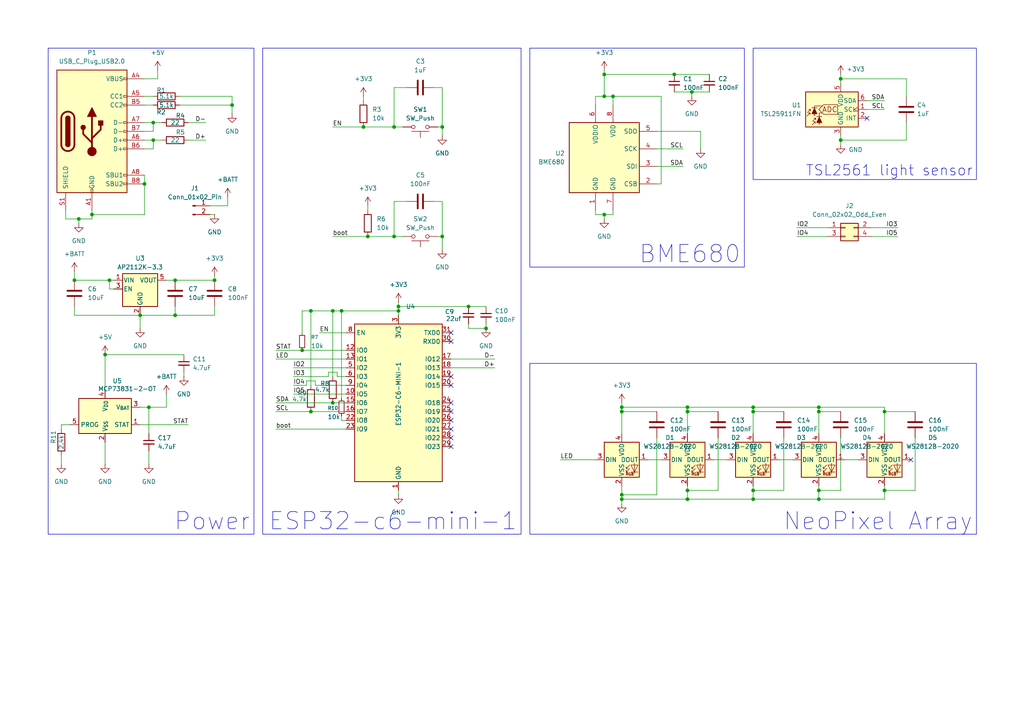
<source format=kicad_sch>
(kicad_sch (version 20250114) (generator "eeschema") (generator_version "9.0")
  (paper "A4")
  (lib_symbols
    (symbol "Battery_Management:MCP73831-2-OT"
      (property "Reference" "U" (at -7.62 6.35 0))
      (property "Value" "MCP73831-2-OT" (at 1.27 6.35 0))
      (symbol "MCP73831-2-OT_1_1"
        (pin input line (at -10.16 -2.54 0) (length 2.54) (name "PROG") (number "5"))
        (pin power_in line (at 0 7.62 270) (length 2.54) (name "V_{DD}") (number "4"))
        (pin power_in line (at 0 -7.62 90) (length 2.54) (name "V_{SS}") (number "2"))
        (pin power_out line (at 10.16 2.54 180) (length 2.54) (name "V_{BAT}") (number "3"))
        (pin tri_state line (at 10.16 -2.54 180) (length 2.54) (name "STAT") (number "1"))
      )
    )
    (symbol "Connector:Conn_01x02_Pin" (pin_names (offset 1.016) (hide yes))
      (property "Reference" "J" (at 0 2.54 0))
      (property "Value" "Conn_01x02_Pin" (at 0 -5.08 0))
      (symbol "Conn_01x02_Pin_1_1"
        (pin passive line (at 5.08 0 180) (length 3.81) (name "Pin_1") (number "1"))
        (pin passive line (at 5.08 -2.54 180) (length 3.81) (name "Pin_2") (number "2"))
      )
    )
    (symbol "Connector:USB_C_Receptacle_USB2.0_16P" (pin_names (offset 1.016))
      (property "Reference" "J" (at 0 22.225 0))
      (property "Value" "USB_C_Receptacle_USB2.0_16P" (at 0 19.685 0))
      (symbol "USB_C_Receptacle_USB2.0_16P_1_1"
        (pin passive line (at -7.62 -22.86 90) (length 5.08) (name "SHIELD") (number "S1"))
        (pin passive line (at 0 -22.86 90) (length 5.08) (name "GND") (number "A1"))
        (pin passive line (at 0 -22.86 90) (length 5.08) (hide yes) (name "GND") (number "A12"))
        (pin passive line (at 0 -22.86 90) (length 5.08) (hide yes) (name "GND") (number "B1"))
        (pin passive line (at 0 -22.86 90) (length 5.08) (hide yes) (name "GND") (number "B12"))
        (pin passive line (at 15.24 15.24 180) (length 5.08) (name "VBUS") (number "A4"))
        (pin passive line (at 15.24 15.24 180) (length 5.08) (hide yes) (name "VBUS") (number "A9"))
        (pin passive line (at 15.24 15.24 180) (length 5.08) (hide yes) (name "VBUS") (number "B4"))
        (pin passive line (at 15.24 15.24 180) (length 5.08) (hide yes) (name "VBUS") (number "B9"))
        (pin bidirectional line (at 15.24 10.16 180) (length 5.08) (name "CC1") (number "A5"))
        (pin bidirectional line (at 15.24 7.62 180) (length 5.08) (name "CC2") (number "B5"))
        (pin bidirectional line (at 15.24 2.54 180) (length 5.08) (name "D-") (number "A7"))
        (pin bidirectional line (at 15.24 0 180) (length 5.08) (name "D-") (number "B7"))
        (pin bidirectional line (at 15.24 -2.54 180) (length 5.08) (name "D+") (number "A6"))
        (pin bidirectional line (at 15.24 -5.08 180) (length 5.08) (name "D+") (number "B6"))
        (pin bidirectional line (at 15.24 -12.7 180) (length 5.08) (name "SBU1") (number "A8"))
        (pin bidirectional line (at 15.24 -15.24 180) (length 5.08) (name "SBU2") (number "B8"))
      )
    )
    (symbol "Connector_Generic:Conn_02x02_Odd_Even" (pin_names (offset 1.016) (hide yes))
      (property "Reference" "J" (at 1.27 2.54 0))
      (property "Value" "Conn_02x02_Odd_Even" (at 1.27 -5.08 0))
      (symbol "Conn_02x02_Odd_Even_1_1"
        (pin passive line (at -5.08 0 0) (length 3.81) (name "Pin_1") (number "1"))
        (pin passive line (at -5.08 -2.54 0) (length 3.81) (name "Pin_3") (number "3"))
        (pin passive line (at 7.62 0 180) (length 3.81) (name "Pin_2") (number "2"))
        (pin passive line (at 7.62 -2.54 180) (length 3.81) (name "Pin_4") (number "4"))
      )
    )
    (symbol "Device:C" (pin_numbers (hide yes)) (pin_names (offset 0.254))
      (property "Reference" "C" (at 0.635 2.54 0))
      (property "Value" "C" (at 0.635 -2.54 0))
      (symbol "C_1_1"
        (pin passive line (at 0 3.81 270) (length 2.794) (name "~") (number "1"))
        (pin passive line (at 0 -3.81 90) (length 2.794) (name "~") (number "2"))
      )
    )
    (symbol "Device:C_Small" (pin_numbers (hide yes)) (pin_names (offset 0.254) (hide yes))
      (property "Reference" "C" (at 0.254 1.778 0))
      (property "Value" "C_Small" (at 0.254 -2.032 0))
      (symbol "C_Small_1_1"
        (pin passive line (at 0 2.54 270) (length 2.032) (name "~") (number "1"))
        (pin passive line (at 0 -2.54 90) (length 2.032) (name "~") (number "2"))
      )
    )
    (symbol "Device:R" (pin_numbers (hide yes)) (pin_names (offset 0))
      (property "Reference" "R" (at 2.032 0 90))
      (property "Value" "R" (at 0 0 90))
      (symbol "R_1_1"
        (pin passive line (at 0 3.81 270) (length 1.27) (name "~") (number "1"))
        (pin passive line (at 0 -3.81 90) (length 1.27) (name "~") (number "2"))
      )
    )
    (symbol "Device:R_Small" (pin_numbers (hide yes)) (pin_names (offset 0.254) (hide yes))
      (property "Reference" "R" (at 0 0 90))
      (property "Value" "R_Small" (at 1.778 0 90))
      (symbol "R_Small_1_1"
        (pin passive line (at 0 2.54 270) (length 0.762) (name "~") (number "1"))
        (pin passive line (at 0 -2.54 90) (length 0.762) (name "~") (number "2"))
      )
    )
    (symbol "LED:WS2812B-2020" (pin_names (offset 0.254))
      (property "Reference" "D" (at 5.08 5.715 0))
      (property "Value" "WS2812B-2020" (at 1.27 -5.715 0))
      (symbol "WS2812B-2020_0_0"
        (text "RGB" (at 2.286 -4.191 0) (effects (font (size 0.762 0.762))))
      )
      (symbol "WS2812B-2020_1_1"
        (pin input line (at -7.62 0 0) (length 2.54) (name "DIN") (number "3"))
        (pin power_in line (at 0 7.62 270) (length 2.54) (name "VDD") (number "4"))
        (pin power_in line (at 0 -7.62 90) (length 2.54) (name "VSS") (number "2"))
        (pin output line (at 7.62 0 180) (length 2.54) (name "DOUT") (number "1"))
      )
    )
    (symbol "RF_Module:ESP32-C6-MINI-1"
      (property "Reference" "U" (at -11.43 24.13 0))
      (property "Value" "ESP32-C6-MINI-1" (at 12.7 24.13 0))
      (symbol "ESP32-C6-MINI-1_1_1"
        (pin input line (at -15.24 20.32 0) (length 2.54) (name "EN") (number "8"))
        (pin bidirectional line (at -15.24 15.24 0) (length 2.54) (name "IO0") (number "12"))
        (pin bidirectional line (at -15.24 12.7 0) (length 2.54) (name "IO1") (number "13"))
        (pin bidirectional line (at -15.24 10.16 0) (length 2.54) (name "IO2") (number "5"))
        (pin bidirectional line (at -15.24 7.62 0) (length 2.54) (name "IO3") (number "6"))
        (pin bidirectional line (at -15.24 5.08 0) (length 2.54) (name "IO4") (number "9"))
        (pin bidirectional line (at -15.24 2.54 0) (length 2.54) (name "IO5") (number "10"))
        (pin bidirectional line (at -15.24 0 0) (length 2.54) (name "IO6") (number "15"))
        (pin bidirectional line (at -15.24 -2.54 0) (length 2.54) (name "IO7") (number "16"))
        (pin bidirectional line (at -15.24 -5.08 0) (length 2.54) (name "IO8") (number "22"))
        (pin bidirectional line (at -15.24 -7.62 0) (length 2.54) (name "IO9") (number "23"))
        (pin no_connect line (at -12.7 -12.7 0) (length 2.54) (hide yes) (name "NC") (number "32"))
        (pin no_connect line (at -12.7 -15.24 0) (length 2.54) (hide yes) (name "NC") (number "33"))
        (pin no_connect line (at -12.7 -17.78 0) (length 2.54) (hide yes) (name "NC") (number "34"))
        (pin no_connect line (at -12.7 -20.32 0) (length 2.54) (hide yes) (name "NC") (number "35"))
        (pin power_in line (at 0 25.4 270) (length 2.54) (name "3V3") (number "3"))
        (pin power_in line (at 0 -25.4 90) (length 2.54) (name "GND") (number "1"))
        (pin passive line (at 0 -25.4 90) (length 2.54) (hide yes) (name "GND") (number "11"))
        (pin passive line (at 0 -25.4 90) (length 2.54) (hide yes) (name "GND") (number "14"))
        (pin passive line (at 0 -25.4 90) (length 2.54) (hide yes) (name "GND") (number "2"))
        (pin passive line (at 0 -25.4 90) (length 2.54) (hide yes) (name "GND") (number "36"))
        (pin passive line (at 0 -25.4 90) (length 2.54) (hide yes) (name "GND") (number "37"))
        (pin passive line (at 0 -25.4 90) (length 2.54) (hide yes) (name "GND") (number "38"))
        (pin passive line (at 0 -25.4 90) (length 2.54) (hide yes) (name "GND") (number "39"))
        (pin passive line (at 0 -25.4 90) (length 2.54) (hide yes) (name "GND") (number "40"))
        (pin passive line (at 0 -25.4 90) (length 2.54) (hide yes) (name "GND") (number "41"))
        (pin passive line (at 0 -25.4 90) (length 2.54) (hide yes) (name "GND") (number "42"))
        (pin passive line (at 0 -25.4 90) (length 2.54) (hide yes) (name "GND") (number "43"))
        (pin passive line (at 0 -25.4 90) (length 2.54) (hide yes) (name "GND") (number "44"))
        (pin passive line (at 0 -25.4 90) (length 2.54) (hide yes) (name "GND") (number "45"))
        (pin passive line (at 0 -25.4 90) (length 2.54) (hide yes) (name "GND") (number "46"))
        (pin passive line (at 0 -25.4 90) (length 2.54) (hide yes) (name "GND") (number "47"))
        (pin passive line (at 0 -25.4 90) (length 2.54) (hide yes) (name "GND") (number "48"))
        (pin passive line (at 0 -25.4 90) (length 2.54) (hide yes) (name "GND") (number "49"))
        (pin passive line (at 0 -25.4 90) (length 2.54) (hide yes) (name "GND") (number "50"))
        (pin passive line (at 0 -25.4 90) (length 2.54) (hide yes) (name "GND") (number "51"))
        (pin passive line (at 0 -25.4 90) (length 2.54) (hide yes) (name "GND") (number "52"))
        (pin passive line (at 0 -25.4 90) (length 2.54) (hide yes) (name "GND") (number "53"))
        (pin no_connect line (at 12.7 -15.24 180) (length 2.54) (hide yes) (name "NC") (number "4"))
        (pin no_connect line (at 12.7 -17.78 180) (length 2.54) (hide yes) (name "NC") (number "7"))
        (pin no_connect line (at 12.7 -20.32 180) (length 2.54) (hide yes) (name "NC") (number "21"))
        (pin bidirectional line (at 15.24 20.32 180) (length 2.54) (name "TXD0") (number "31"))
        (pin bidirectional line (at 15.24 17.78 180) (length 2.54) (name "RXD0") (number "30"))
        (pin bidirectional line (at 15.24 12.7 180) (length 2.54) (name "IO12") (number "17"))
        (pin bidirectional line (at 15.24 10.16 180) (length 2.54) (name "IO13") (number "18"))
        (pin bidirectional line (at 15.24 7.62 180) (length 2.54) (name "IO14") (number "19"))
        (pin bidirectional line (at 15.24 5.08 180) (length 2.54) (name "IO15") (number "20"))
        (pin bidirectional line (at 15.24 0 180) (length 2.54) (name "IO18") (number "24"))
        (pin bidirectional line (at 15.24 -2.54 180) (length 2.54) (name "IO19") (number "25"))
        (pin bidirectional line (at 15.24 -5.08 180) (length 2.54) (name "IO20") (number "26"))
        (pin bidirectional line (at 15.24 -7.62 180) (length 2.54) (name "IO21") (number "27"))
        (pin bidirectional line (at 15.24 -10.16 180) (length 2.54) (name "IO22") (number "28"))
        (pin bidirectional line (at 15.24 -12.7 180) (length 2.54) (name "IO23") (number "29"))
      )
    )
    (symbol "Regulator_Linear:AP2112K-3.3" (pin_names (offset 0.254))
      (property "Reference" "U" (at -5.08 5.715 0))
      (property "Value" "AP2112K-3.3" (at 0 5.715 0))
      (symbol "AP2112K-3.3_1_1"
        (pin power_in line (at -7.62 2.54 0) (length 2.54) (name "VIN") (number "1"))
        (pin input line (at -7.62 0 0) (length 2.54) (name "EN") (number "3"))
        (pin power_in line (at 0 -7.62 90) (length 2.54) (name "GND") (number "2"))
        (pin no_connect line (at 5.08 0 180) (length 2.54) (hide yes) (name "NC") (number "4"))
        (pin power_out line (at 7.62 2.54 180) (length 2.54) (name "VOUT") (number "5"))
      )
    )
    (symbol "Sensor:BME680"
      (property "Reference" "U" (at -8.89 11.43 0))
      (property "Value" "BME680" (at 7.62 11.43 0))
      (symbol "BME680_1_1"
        (pin power_in line (at -2.54 15.24 270) (length 5.08) (name "VDDIO") (number "6"))
        (pin power_in line (at -2.54 -15.24 90) (length 5.08) (name "GND") (number "1"))
        (pin power_in line (at 2.54 15.24 270) (length 5.08) (name "VDD") (number "8"))
        (pin power_in line (at 2.54 -15.24 90) (length 5.08) (name "GND") (number "7"))
        (pin bidirectional line (at 15.24 7.62 180) (length 5.08) (name "SDO") (number "5"))
        (pin input line (at 15.24 2.54 180) (length 5.08) (name "SCK") (number "4"))
        (pin bidirectional line (at 15.24 -2.54 180) (length 5.08) (name "SDI") (number "3"))
        (pin input line (at 15.24 -7.62 180) (length 5.08) (name "CSB") (number "2"))
      )
    )
    (symbol "Sensor_Optical:TSL25911FN"
      (property "Reference" "U" (at -7.62 6.35 0))
      (property "Value" "TSL25911FN" (at 0 -6.35 0))
      (symbol "TSL25911FN_0_0"
        (text "ADC" (at -0.635 0 0) (effects (font (size 1.524 1.524))))
      )
      (symbol "TSL25911FN_1_1"
        (pin no_connect line (at -7.62 2.54 0) (length 2.54) (hide yes) (name "NC") (number "4"))
        (pin power_in line (at 2.54 7.62 270) (length 2.54) (name "VDD") (number "5"))
        (pin power_in line (at 2.54 -7.62 90) (length 2.54) (name "GND") (number "3"))
        (pin bidirectional line (at 10.16 2.54 180) (length 2.54) (name "SDA") (number "6"))
        (pin input clock (at 10.16 0 180) (length 2.54) (name "SCL") (number "1"))
        (pin open_collector line (at 10.16 -2.54 180) (length 2.54) (name "INT") (number "2"))
      )
    )
    (symbol "Switch:SW_Push" (pin_numbers (hide yes)) (pin_names (offset 1.016) (hide yes))
      (property "Reference" "SW" (at 1.27 2.54 0))
      (property "Value" "SW_Push" (at 0 -1.524 0))
      (symbol "SW_Push_0_1"
        (pin passive line (at -5.08 0 0) (length 2.54) (name "1") (number "1"))
        (pin passive line (at 5.08 0 180) (length 2.54) (name "2") (number "2"))
      )
    )
    (symbol "power:+3V3" (power) (pin_numbers (hide yes)) (pin_names (offset 0) (hide yes))
      (property "Value" "+3V3" (at 0 3.556 0))
      (symbol "+3V3_1_1"
        (pin power_in line (at 0 0 90) (length 0) (name "~") (number "1"))
      )
    )
    (symbol "power:+5V" (power) (pin_numbers (hide yes)) (pin_names (offset 0) (hide yes))
      (property "Value" "+5V" (at 0 3.556 0))
      (symbol "+5V_1_1"
        (pin power_in line (at 0 0 90) (length 0) (name "~") (number "1"))
      )
    )
    (symbol "power:+BATT" (power) (pin_numbers (hide yes)) (pin_names (offset 0) (hide yes))
      (property "Value" "+BATT" (at 0 3.556 0))
      (symbol "+BATT_1_1"
        (pin power_in line (at 0 0 90) (length 0) (name "~") (number "1"))
      )
    )
    (symbol "power:GND" (power) (pin_numbers (hide yes)) (pin_names (offset 0) (hide yes))
      (property "Value" "GND" (at 0 -3.81 0))
      (symbol "GND_1_1"
        (pin power_in line (at 0 0 270) (length 0) (name "~") (number "1"))
      )
    )
  )
  (text_box "TSL2561 light sensor" (at 218.44 13.97 0) (size 64.77 38.1) (margins 0.9525 0.9525 0.9525 0.9525) (effects (font (size 3 3)) (justify right bottom)))
  (text_box "ESP32-c6-mini-1" (at 76.2 13.97 0) (size 74.93 140.97) (margins 0.9525 0.9525 0.9525 0.9525) (effects (font (size 5 5)) (justify right bottom)))
  (text_box "NeoPixel Array" (at 153.67 105.41 0) (size 129.54 49.53) (margins 0.9525 0.9525 0.9525 0.9525) (effects (font (size 5 5)) (justify right bottom)))
  (text_box "Power" (at 13.97 13.97 0) (size 59.69 140.97) (margins 0.9525 0.9525 0.9525 0.9525) (effects (font (size 5 5)) (justify right bottom)))
  (text_box "BME680" (at 153.67 13.97 0) (size 62.23 63.5) (margins 0.9525 0.9525 0.9525 0.9525) (effects (font (size 5 5)) (justify right bottom)))
  (junction (at 128.27 36.83))
  (junction (at 199.39 119.38))
  (junction (at 21.59 81.28))
  (junction (at 22.86 63.5))
  (junction (at 114.3 68.58))
  (junction (at 237.49 144.78))
  (junction (at 237.49 142.24))
  (junction (at 31.75 81.28))
  (junction (at 218.44 142.24))
  (junction (at 175.26 21.59))
  (junction (at 195.58 21.59))
  (junction (at 140.97 95.25))
  (junction (at 199.39 144.78))
  (junction (at 177.8 27.94))
  (junction (at 180.34 144.78))
  (junction (at 180.34 143.51))
  (junction (at 114.3 36.83))
  (junction (at 256.54 119.38))
  (junction (at 90.17 119.38))
  (junction (at 96.52 116.84))
  (junction (at 87.63 101.6))
  (junction (at 67.31 30.48))
  (junction (at 243.84 22.86))
  (junction (at 90.17 90.17))
  (junction (at 50.8 81.28))
  (junction (at 50.8 91.44))
  (junction (at 115.57 90.17))
  (junction (at 26.67 62.23))
  (junction (at 99.06 90.17))
  (junction (at 135.89 88.9))
  (junction (at 44.45 40.64))
  (junction (at 199.39 118.11))
  (junction (at 218.44 118.11))
  (junction (at 62.23 81.28))
  (junction (at 44.45 35.56))
  (junction (at 218.44 119.38))
  (junction (at 199.39 142.24))
  (junction (at 256.54 142.24))
  (junction (at 180.34 119.38))
  (junction (at 200.66 26.67))
  (junction (at 106.68 68.58))
  (junction (at 128.27 68.58))
  (junction (at 40.64 91.44))
  (junction (at 41.91 53.34))
  (junction (at 115.57 88.9))
  (junction (at 30.48 102.87))
  (junction (at 175.26 27.94))
  (junction (at 105.41 36.83))
  (junction (at 180.34 118.11))
  (junction (at 237.49 119.38))
  (junction (at 218.44 144.78))
  (junction (at 96.52 90.17))
  (junction (at 243.84 40.64))
  (junction (at 237.49 118.11))
  (junction (at 43.18 118.11))
  (junction (at 175.26 62.23))
  (no_connect (at 130.81 99.06))
  (no_connect (at 130.81 109.22))
  (no_connect (at 130.81 127))
  (no_connect (at 130.81 129.54))
  (no_connect (at 130.81 121.92))
  (no_connect (at 264.16 133.35))
  (no_connect (at 130.81 116.84))
  (no_connect (at 130.81 111.76))
  (no_connect (at 130.81 96.52))
  (no_connect (at 130.81 124.46))
  (no_connect (at 251.46 34.29))
  (no_connect (at 130.81 119.38))
  (wire (pts (xy 180.34 143.51) (xy 180.34 144.78)))
  (wire (pts (xy 243.84 142.24) (xy 237.49 142.24)))
  (wire (pts (xy 40.64 91.44) (xy 50.8 91.44)))
  (wire (pts (xy 99.06 90.17) (xy 115.57 90.17)))
  (wire (pts (xy 191.77 27.94) (xy 177.8 27.94)))
  (wire (pts (xy 48.26 114.3) (xy 48.26 118.11)))
  (wire (pts (xy 203.2 38.1) (xy 203.2 43.18)))
  (wire (pts (xy 199.39 118.11) (xy 218.44 118.11)))
  (wire (pts (xy 87.63 101.6) (xy 100.33 101.6)))
  (wire (pts (xy 227.33 127) (xy 227.33 142.24)))
  (wire (pts (xy 21.59 91.44) (xy 40.64 91.44)))
  (wire (pts (xy 128.27 58.42) (xy 128.27 68.58)))
  (wire (pts (xy 237.49 144.78) (xy 218.44 144.78)))
  (wire (pts (xy 190.5 38.1) (xy 203.2 38.1)))
  (wire (pts (xy 17.78 123.19) (xy 17.78 124.46)))
  (wire (pts (xy 243.84 40.64) (xy 243.84 39.37)))
  (wire (pts (xy 143.51 106.68) (xy 130.81 106.68)))
  (wire (pts (xy 44.45 38.1) (xy 44.45 35.56)))
  (wire (pts (xy 85.09 106.68) (xy 100.33 106.68)))
  (wire (pts (xy 190.5 53.34) (xy 191.77 53.34)))
  (wire (pts (xy 231.14 68.58) (xy 240.03 68.58)))
  (wire (pts (xy 21.59 81.28) (xy 31.75 81.28)))
  (wire (pts (xy 243.84 22.86) (xy 262.89 22.86)))
  (wire (pts (xy 41.91 30.48) (xy 44.45 30.48)))
  (wire (pts (xy 199.39 125.73) (xy 199.39 119.38)))
  (wire (pts (xy 96.52 90.17) (xy 99.06 90.17)))
  (wire (pts (xy 21.59 78.74) (xy 21.59 81.28)))
  (wire (pts (xy 115.57 143.51) (xy 115.57 142.24)))
  (wire (pts (xy 30.48 102.87) (xy 53.34 102.87)))
  (wire (pts (xy 265.43 127) (xy 265.43 142.24)))
  (wire (pts (xy 41.91 40.64) (xy 44.45 40.64)))
  (wire (pts (xy 237.49 119.38) (xy 243.84 119.38)))
  (wire (pts (xy 92.71 96.52) (xy 100.33 96.52)))
  (wire (pts (xy 62.23 80.01) (xy 62.23 81.28)))
  (wire (pts (xy 175.26 62.23) (xy 177.8 62.23)))
  (wire (pts (xy 237.49 118.11) (xy 256.54 118.11)))
  (wire (pts (xy 175.26 21.59) (xy 195.58 21.59)))
  (wire (pts (xy 26.67 60.96) (xy 26.67 62.23)))
  (wire (pts (xy 43.18 118.11) (xy 40.64 118.11)))
  (wire (pts (xy 243.84 22.86) (xy 243.84 24.13)))
  (wire (pts (xy 106.68 59.69) (xy 106.68 60.96)))
  (wire (pts (xy 190.5 127) (xy 190.5 143.51)))
  (wire (pts (xy 50.8 88.9) (xy 50.8 91.44)))
  (wire (pts (xy 99.06 90.17) (xy 99.06 115.57)))
  (wire (pts (xy 118.11 25.4) (xy 114.3 25.4)))
  (wire (pts (xy 199.39 119.38) (xy 199.39 118.11)))
  (wire (pts (xy 127 68.58) (xy 128.27 68.58)))
  (wire (pts (xy 118.11 58.42) (xy 114.3 58.42)))
  (wire (pts (xy 17.78 134.62) (xy 17.78 132.08)))
  (wire (pts (xy 20.32 123.19) (xy 17.78 123.19)))
  (wire (pts (xy 231.14 66.04) (xy 240.03 66.04)))
  (wire (pts (xy 33.02 83.82) (xy 31.75 83.82)))
  (wire (pts (xy 41.91 38.1) (xy 44.45 38.1)))
  (wire (pts (xy 91.44 111.76) (xy 91.44 110.49)))
  (wire (pts (xy 237.49 142.24) (xy 237.49 144.78)))
  (wire (pts (xy 19.05 60.96) (xy 19.05 63.5)))
  (wire (pts (xy 99.06 121.92) (xy 100.33 121.92)))
  (wire (pts (xy 85.09 111.76) (xy 88.9 111.76)))
  (wire (pts (xy 41.91 53.34) (xy 41.91 62.23)))
  (wire (pts (xy 199.39 119.38) (xy 208.28 119.38)))
  (wire (pts (xy 175.26 27.94) (xy 177.8 27.94)))
  (wire (pts (xy 53.34 109.22) (xy 53.34 107.95)))
  (wire (pts (xy 114.3 68.58) (xy 116.84 68.58)))
  (wire (pts (xy 190.5 143.51) (xy 180.34 143.51)))
  (wire (pts (xy 180.34 119.38) (xy 190.5 119.38)))
  (wire (pts (xy 200.66 27.94) (xy 200.66 26.67)))
  (wire (pts (xy 100.33 111.76) (xy 91.44 111.76)))
  (wire (pts (xy 172.72 60.96) (xy 172.72 62.23)))
  (wire (pts (xy 128.27 25.4) (xy 128.27 36.83)))
  (wire (pts (xy 41.91 27.94) (xy 44.45 27.94)))
  (wire (pts (xy 175.26 20.32) (xy 175.26 21.59)))
  (wire (pts (xy 60.96 59.69) (xy 66.04 59.69)))
  (wire (pts (xy 243.84 41.91) (xy 243.84 40.64)))
  (wire (pts (xy 44.45 35.56) (xy 46.99 35.56)))
  (wire (pts (xy 80.01 116.84) (xy 96.52 116.84)))
  (wire (pts (xy 140.97 95.25) (xy 140.97 93.98)))
  (wire (pts (xy 114.3 36.83) (xy 116.84 36.83)))
  (wire (pts (xy 260.35 66.04) (xy 252.73 66.04)))
  (wire (pts (xy 41.91 62.23) (xy 26.67 62.23)))
  (wire (pts (xy 40.64 91.44) (xy 40.64 95.25)))
  (wire (pts (xy 199.39 144.78) (xy 218.44 144.78)))
  (wire (pts (xy 80.01 119.38) (xy 90.17 119.38)))
  (wire (pts (xy 180.34 140.97) (xy 180.34 143.51)))
  (wire (pts (xy 95.25 107.95) (xy 95.25 109.22)))
  (wire (pts (xy 190.5 43.18) (xy 198.12 43.18)))
  (wire (pts (xy 251.46 31.75) (xy 256.54 31.75)))
  (wire (pts (xy 135.89 88.9) (xy 140.97 88.9)))
  (wire (pts (xy 87.63 90.17) (xy 90.17 90.17)))
  (wire (pts (xy 105.41 36.83) (xy 114.3 36.83)))
  (wire (pts (xy 172.72 30.48) (xy 172.72 27.94)))
  (wire (pts (xy 172.72 27.94) (xy 175.26 27.94)))
  (wire (pts (xy 180.34 144.78) (xy 180.34 146.05)))
  (wire (pts (xy 52.07 30.48) (xy 67.31 30.48)))
  (wire (pts (xy 115.57 87.63) (xy 115.57 88.9)))
  (wire (pts (xy 96.52 36.83) (xy 105.41 36.83)))
  (wire (pts (xy 227.33 142.24) (xy 218.44 142.24)))
  (wire (pts (xy 199.39 144.78) (xy 199.39 142.24)))
  (wire (pts (xy 256.54 119.38) (xy 256.54 125.73)))
  (wire (pts (xy 91.44 110.49) (xy 88.9 110.49)))
  (wire (pts (xy 66.04 59.69) (xy 66.04 57.15)))
  (wire (pts (xy 128.27 36.83) (xy 128.27 39.37)))
  (wire (pts (xy 262.89 27.94) (xy 262.89 22.86)))
  (wire (pts (xy 260.35 68.58) (xy 252.73 68.58)))
  (wire (pts (xy 187.96 133.35) (xy 191.77 133.35)))
  (wire (pts (xy 30.48 102.87) (xy 30.48 113.03)))
  (wire (pts (xy 218.44 144.78) (xy 218.44 142.24)))
  (wire (pts (xy 96.52 116.84) (xy 100.33 116.84)))
  (wire (pts (xy 99.06 120.65) (xy 99.06 121.92)))
  (wire (pts (xy 45.72 22.86) (xy 45.72 20.32)))
  (wire (pts (xy 115.57 88.9) (xy 135.89 88.9)))
  (wire (pts (xy 256.54 118.11) (xy 256.54 119.38)))
  (wire (pts (xy 26.67 62.23) (xy 26.67 63.5)))
  (wire (pts (xy 90.17 90.17) (xy 96.52 90.17)))
  (wire (pts (xy 256.54 142.24) (xy 256.54 144.78)))
  (wire (pts (xy 40.64 123.19) (xy 54.61 123.19)))
  (wire (pts (xy 88.9 110.49) (xy 88.9 111.76)))
  (wire (pts (xy 199.39 118.11) (xy 180.34 118.11)))
  (wire (pts (xy 115.57 90.17) (xy 115.57 91.44)))
  (wire (pts (xy 52.07 27.94) (xy 67.31 27.94)))
  (wire (pts (xy 127 36.83) (xy 128.27 36.83)))
  (wire (pts (xy 95.25 107.95) (xy 97.79 107.95)))
  (wire (pts (xy 191.77 53.34) (xy 191.77 27.94)))
  (wire (pts (xy 48.26 81.28) (xy 50.8 81.28)))
  (wire (pts (xy 218.44 142.24) (xy 218.44 140.97)))
  (wire (pts (xy 177.8 60.96) (xy 177.8 62.23)))
  (wire (pts (xy 60.96 62.23) (xy 62.23 62.23)))
  (wire (pts (xy 243.84 21.59) (xy 243.84 22.86)))
  (wire (pts (xy 180.34 144.78) (xy 199.39 144.78)))
  (wire (pts (xy 41.91 50.8) (xy 41.91 53.34)))
  (wire (pts (xy 43.18 134.62) (xy 43.18 130.81)))
  (wire (pts (xy 33.02 81.28) (xy 31.75 81.28)))
  (wire (pts (xy 180.34 118.11) (xy 180.34 119.38)))
  (wire (pts (xy 262.89 35.56) (xy 262.89 40.64)))
  (wire (pts (xy 44.45 40.64) (xy 46.99 40.64)))
  (wire (pts (xy 54.61 40.64) (xy 59.69 40.64)))
  (wire (pts (xy 177.8 27.94) (xy 177.8 30.48)))
  (wire (pts (xy 114.3 58.42) (xy 114.3 68.58)))
  (wire (pts (xy 256.54 119.38) (xy 265.43 119.38)))
  (wire (pts (xy 26.67 63.5) (xy 22.86 63.5)))
  (wire (pts (xy 44.45 43.18) (xy 44.45 40.64)))
  (wire (pts (xy 97.79 107.95) (xy 97.79 109.22)))
  (wire (pts (xy 105.41 27.94) (xy 105.41 29.21)))
  (wire (pts (xy 172.72 62.23) (xy 175.26 62.23)))
  (wire (pts (xy 256.54 144.78) (xy 237.49 144.78)))
  (wire (pts (xy 80.01 124.46) (xy 100.33 124.46)))
  (wire (pts (xy 256.54 140.97) (xy 256.54 142.24)))
  (wire (pts (xy 208.28 142.24) (xy 199.39 142.24)))
  (wire (pts (xy 251.46 29.21) (xy 256.54 29.21)))
  (wire (pts (xy 262.89 40.64) (xy 243.84 40.64)))
  (wire (pts (xy 30.48 134.62) (xy 30.48 128.27)))
  (wire (pts (xy 175.26 63.5) (xy 175.26 62.23)))
  (wire (pts (xy 200.66 26.67) (xy 205.74 26.67)))
  (wire (pts (xy 80.01 101.6) (xy 87.63 101.6)))
  (wire (pts (xy 48.26 118.11) (xy 43.18 118.11)))
  (wire (pts (xy 162.56 133.35) (xy 172.72 133.35)))
  (wire (pts (xy 135.89 95.25) (xy 140.97 95.25)))
  (wire (pts (xy 80.01 104.14) (xy 100.33 104.14)))
  (wire (pts (xy 237.49 140.97) (xy 237.49 142.24)))
  (wire (pts (xy 19.05 63.5) (xy 22.86 63.5)))
  (wire (pts (xy 190.5 48.26) (xy 198.12 48.26)))
  (wire (pts (xy 243.84 127) (xy 243.84 142.24)))
  (wire (pts (xy 54.61 35.56) (xy 59.69 35.56)))
  (wire (pts (xy 245.11 133.35) (xy 248.92 133.35)))
  (wire (pts (xy 67.31 27.94) (xy 67.31 30.48)))
  (wire (pts (xy 87.63 96.52) (xy 87.63 90.17)))
  (wire (pts (xy 207.01 133.35) (xy 210.82 133.35)))
  (wire (pts (xy 96.52 90.17) (xy 96.52 109.22)))
  (wire (pts (xy 265.43 142.24) (xy 256.54 142.24)))
  (wire (pts (xy 199.39 142.24) (xy 199.39 140.97)))
  (wire (pts (xy 218.44 118.11) (xy 237.49 118.11)))
  (wire (pts (xy 95.25 109.22) (xy 85.09 109.22)))
  (wire (pts (xy 208.28 127) (xy 208.28 142.24)))
  (wire (pts (xy 115.57 88.9) (xy 115.57 90.17)))
  (wire (pts (xy 62.23 91.44) (xy 62.23 88.9)))
  (wire (pts (xy 218.44 118.11) (xy 218.44 119.38)))
  (wire (pts (xy 67.31 30.48) (xy 67.31 33.02)))
  (wire (pts (xy 125.73 58.42) (xy 128.27 58.42)))
  (wire (pts (xy 125.73 25.4) (xy 128.27 25.4)))
  (wire (pts (xy 90.17 119.38) (xy 100.33 119.38)))
  (wire (pts (xy 41.91 22.86) (xy 45.72 22.86)))
  (wire (pts (xy 21.59 88.9) (xy 21.59 91.44)))
  (wire (pts (xy 143.51 104.14) (xy 130.81 104.14)))
  (wire (pts (xy 90.17 90.17) (xy 90.17 111.76)))
  (wire (pts (xy 41.91 43.18) (xy 44.45 43.18)))
  (wire (pts (xy 218.44 119.38) (xy 218.44 125.73)))
  (wire (pts (xy 180.34 119.38) (xy 180.34 125.73)))
  (wire (pts (xy 31.75 83.82) (xy 31.75 81.28)))
  (wire (pts (xy 41.91 35.56) (xy 44.45 35.56)))
  (wire (pts (xy 85.09 114.3) (xy 100.33 114.3)))
  (wire (pts (xy 114.3 25.4) (xy 114.3 36.83)))
  (wire (pts (xy 50.8 91.44) (xy 62.23 91.44)))
  (wire (pts (xy 226.06 133.35) (xy 229.87 133.35)))
  (wire (pts (xy 195.58 21.59) (xy 205.74 21.59)))
  (wire (pts (xy 180.34 116.84) (xy 180.34 118.11)))
  (wire (pts (xy 97.79 109.22) (xy 100.33 109.22)))
  (wire (pts (xy 195.58 26.67) (xy 200.66 26.67)))
  (wire (pts (xy 50.8 81.28) (xy 62.23 81.28)))
  (wire (pts (xy 22.86 64.77) (xy 22.86 63.5)))
  (wire (pts (xy 96.52 68.58) (xy 106.68 68.58)))
  (wire (pts (xy 237.49 119.38) (xy 237.49 125.73)))
  (wire (pts (xy 106.68 68.58) (xy 114.3 68.58)))
  (wire (pts (xy 237.49 118.11) (xy 237.49 119.38)))
  (wire (pts (xy 135.89 93.98) (xy 135.89 95.25)))
  (wire (pts (xy 43.18 125.73) (xy 43.18 118.11)))
  (wire (pts (xy 128.27 68.58) (xy 128.27 72.39)))
  (wire (pts (xy 175.26 21.59) (xy 175.26 27.94)))
  (wire (pts (xy 218.44 119.38) (xy 227.33 119.38)))
  (label "SDA" (at 80.01 116.84 0))
  (label "SDA" (at 256.54 29.21 180))
  (label "IO3" (at 260.35 66.04 180))
  (label "IO2" (at 231.14 66.04 0))
  (label "STAT" (at 54.61 123.19 180))
  (label "boot" (at 80.01 124.46 0))
  (label "LED" (at 80.01 104.14 0))
  (label "IO5" (at 260.35 68.58 180))
  (label "D-" (at 59.69 35.56 180))
  (label "IO4" (at 85.09 111.76 0))
  (label "IO2" (at 85.09 106.68 0))
  (label "SCL" (at 80.01 119.38 0))
  (label "SCL" (at 256.54 31.75 180))
  (label "D+" (at 143.51 106.68 180))
  (label "IO4" (at 231.14 68.58 0))
  (label "EN" (at 92.71 96.52 0))
  (label "D-" (at 143.51 104.14 180))
  (label "boot" (at 96.52 68.58 0))
  (label "SDA" (at 198.12 48.26 180))
  (label "IO3" (at 85.09 109.22 0))
  (label "LED" (at 162.56 133.35 0))
  (label "SCL" (at 198.12 43.18 180))
  (label "EN" (at 96.52 36.83 0))
  (label "IO5" (at 85.09 114.3 0))
  (label "STAT" (at 80.01 101.6 0))
  (label "D+" (at 59.69 40.64 180))
  (symbol (lib_id "power:+3V3") (at 115.57 87.63 0) (unit 1)
    (property "Reference" "#PWR018" (effects (hide yes)))
    (property "Value" "+3V3" (at 115.57 82.55 0))
    (property "Description" "Power symbol creates a global label with name \"+3V3\"" (effects (hide yes)))
  )
  (symbol (lib_id "Device:C") (at 62.23 85.09 0) (unit 1)
    (property "Reference" "C8" (at 66.04 83.8199 0) (effects (justify left)))
    (property "Value" "100nF" (at 66.04 86.3599 0) (effects (justify left)))
    (property "Footprint" "Capacitor_SMD:C_0402_1005Metric" (effects (hide yes)))
    (property "Description" "Unpolarized capacitor" (effects (hide yes)))
  )
  (symbol (lib_id "power:GND") (at 53.34 109.22 0) (unit 1)
    (property "Reference" "#PWR022" (effects (hide yes)))
    (property "Value" "GND" (at 53.34 114.3 0))
    (property "Description" "Power symbol creates a global label with name \"GND\" , ground" (effects (hide yes)))
  )
  (symbol (lib_id "power:GND") (at 115.57 143.51 0) (unit 1)
    (property "Reference" "#PWR028" (effects (hide yes)))
    (property "Value" "GND" (at 115.57 148.59 0))
    (property "Description" "Power symbol creates a global label with name \"GND\" , ground" (effects (hide yes)))
  )
  (symbol (lib_id "Connector_Generic:Conn_02x02_Odd_Even") (at 245.11 66.04 0) (unit 1)
    (property "Reference" "J2" (at 246.38 59.69 0))
    (property "Value" "Conn_02x02_Odd_Even" (at 246.38 62.23 0))
    (property "Footprint" "Connector_PinHeader_1.00mm:PinHeader_2x02_P1.00mm_Vertical" (effects (hide yes)))
    (property "Description" "Generic connector, double row, 02x02, odd/even pin numbering scheme (row 1 odd numbers, row 2 even numbers), script generated (kicad-library-utils/schlib/autogen/connector/)" (effects (hide yes)))
  )
  (symbol (lib_id "Device:C") (at 262.89 31.75 0) (unit 1)
    (property "Reference" "C4" (at 265.938 30.48 0) (effects (justify left)))
    (property "Value" "1uF" (at 265.938 33.02 0) (effects (justify left)))
    (property "Footprint" "Capacitor_SMD:C_0402_1005Metric" (effects (hide yes)))
    (property "Description" "Unpolarized capacitor" (effects (hide yes)))
  )
  (symbol (lib_id "Sensor_Optical:TSL25911FN") (at 241.3 31.75 0) (unit 1)
    (property "Reference" "U1" (at 232.41 30.4799 0) (effects (justify right)))
    (property "Value" "TSL25911FN" (at 232.41 33.0199 0) (effects (justify right)))
    (property "Footprint" "OptoDevice:AMS_TSL25911FN" (effects (hide yes)))
    (property "Datasheet" "https://ams.com/documents/20143/9331680/TSL2591_DS000338_7-00.pdf" (effects (hide yes)))
    (property "Description" "Light to digital converter, 2.7 to 3.6V Vdd, DFN-6" (effects (hide yes)))
  )
  (symbol (lib_id "LED:WS2812B-2020") (at 218.44 133.35 0) (unit 1)
    (property "Reference" "D3" (at 232.41 126.9298 0))
    (property "Value" "WS2812B-2020" (at 232.41 129.4698 0))
    (property "Footprint" "LED_SMD:LED_WS2812B-2020_PLCC4_2.0x2.0mm" (effects (hide yes)))
    (property "Datasheet" "https://cdn-shop.adafruit.com/product-files/4684/4684_WS2812B-2020_V1.3_EN.pdf" (effects (hide yes)))
    (property "Description" "RGB LED with integrated controller, 2.0 x 2.0 mm, 12 mA" (effects (hide yes)))
  )
  (symbol (lib_id "Device:R") (at 50.8 40.64 90) (unit 1)
    (property "Reference" "R5" (at 52.324 38.354 90))
    (property "Value" "22" (at 50.8 40.64 90))
    (property "Footprint" "Resistor_SMD:R_0402_1005Metric" (effects (hide yes)))
    (property "Description" "Resistor" (effects (hide yes)))
  )
  (symbol (lib_id "power:GND") (at 128.27 72.39 0) (unit 1)
    (property "Reference" "#PWR015" (effects (hide yes)))
    (property "Value" "GND" (at 128.27 77.47 0))
    (property "Description" "Power symbol creates a global label with name \"GND\" , ground" (effects (hide yes)))
  )
  (symbol (lib_id "power:+3V3") (at 175.26 20.32 0) (unit 1)
    (property "Reference" "#PWR02" (effects (hide yes)))
    (property "Value" "+3V3" (at 175.26 15.24 0))
    (property "Description" "Power symbol creates a global label with name \"+3V3\"" (effects (hide yes)))
  )
  (symbol (lib_id "power:GND") (at 140.97 95.25 0) (unit 1)
    (property "Reference" "#PWR020" (effects (hide yes)))
    (property "Value" "GND" (at 140.97 100.33 0))
    (property "Description" "Power symbol creates a global label with name \"GND\" , ground" (effects (hide yes)))
  )
  (symbol (lib_id "Device:C") (at 121.92 58.42 90) (unit 1)
    (property "Reference" "C5" (at 121.92 50.8 90))
    (property "Value" "100nF" (at 121.92 53.34 90))
    (property "Footprint" "Capacitor_SMD:C_0402_1005Metric" (effects (hide yes)))
    (property "Description" "Unpolarized capacitor" (effects (hide yes)))
  )
  (symbol (lib_id "power:+5V") (at 45.72 20.32 0) (unit 1)
    (property "Reference" "#PWR01" (effects (hide yes)))
    (property "Value" "+5V" (at 45.72 15.24 0))
    (property "Description" "Power symbol creates a global label with name \"+5V\"" (effects (hide yes)))
  )
  (symbol (lib_id "Device:C_Small") (at 43.18 128.27 0) (unit 1)
    (property "Reference" "C17" (at 45.72 127.0062 0) (effects (justify left)))
    (property "Value" "4.7uF" (at 45.72 129.5462 0) (effects (justify left)))
    (property "Footprint" "Capacitor_SMD:C_0402_1005Metric" (effects (hide yes)))
    (property "Description" "Unpolarized capacitor, small symbol" (effects (hide yes)))
  )
  (symbol (lib_id "Connector:Conn_01x02_Pin") (at 55.88 59.69 0) (unit 1)
    (property "Reference" "J1" (at 56.515 54.61 0))
    (property "Value" "Conn_01x02_Pin" (at 56.515 57.15 0))
    (property "Footprint" "Connector_PinHeader_1.00mm:PinHeader_1x02_P1.00mm_Vertical" (effects (hide yes)))
    (property "Description" "Generic connector, single row, 01x02, script generated" (effects (hide yes)))
  )
  (symbol (lib_id "LED:WS2812B-2020") (at 199.39 133.35 0) (unit 1)
    (property "Reference" "D2" (at 213.36 126.9298 0))
    (property "Value" "WS2812B-2020" (at 213.36 129.4698 0))
    (property "Footprint" "LED_SMD:LED_WS2812B-2020_PLCC4_2.0x2.0mm" (effects (hide yes)))
    (property "Datasheet" "https://cdn-shop.adafruit.com/product-files/4684/4684_WS2812B-2020_V1.3_EN.pdf" (effects (hide yes)))
    (property "Description" "RGB LED with integrated controller, 2.0 x 2.0 mm, 12 mA" (effects (hide yes)))
  )
  (symbol (lib_id "Device:C_Small") (at 195.58 24.13 0) (unit 1)
    (property "Reference" "C1" (at 198.12 22.8662 0) (effects (justify left)))
    (property "Value" "100nF" (at 198.12 25.4062 0) (effects (justify left)))
    (property "Footprint" "Capacitor_SMD:C_0402_1005Metric" (effects (hide yes)))
    (property "Description" "Unpolarized capacitor, small symbol" (effects (hide yes)))
  )
  (symbol (lib_id "power:GND") (at 17.78 134.62 0) (unit 1)
    (property "Reference" "#PWR025" (effects (hide yes)))
    (property "Value" "GND" (at 17.78 139.7 0))
    (property "Description" "Power symbol creates a global label with name \"GND\" , ground" (effects (hide yes)))
  )
  (symbol (lib_id "power:+3V3") (at 62.23 80.01 0) (unit 1)
    (property "Reference" "#PWR017" (effects (hide yes)))
    (property "Value" "+3V3" (at 62.23 74.93 0))
    (property "Description" "Power symbol creates a global label with name \"+3V3\"" (effects (hide yes)))
  )
  (symbol (lib_id "power:GND") (at 243.84 41.91 0) (unit 1)
    (property "Reference" "#PWR08" (effects (hide yes)))
    (property "Value" "GND" (at 248.158 43.434 0))
    (property "Description" "Power symbol creates a global label with name \"GND\" , ground" (effects (hide yes)))
  )
  (symbol (lib_id "LED:WS2812B-2020") (at 237.49 133.35 0) (unit 1)
    (property "Reference" "D4" (at 251.46 126.9298 0))
    (property "Value" "WS2812B-2020" (at 251.46 129.4698 0))
    (property "Footprint" "LED_SMD:LED_WS2812B-2020_PLCC4_2.0x2.0mm" (effects (hide yes)))
    (property "Datasheet" "https://cdn-shop.adafruit.com/product-files/4684/4684_WS2812B-2020_V1.3_EN.pdf" (effects (hide yes)))
    (property "Description" "RGB LED with integrated controller, 2.0 x 2.0 mm, 12 mA" (effects (hide yes)))
  )
  (symbol (lib_id "LED:WS2812B-2020") (at 256.54 133.35 0) (unit 1)
    (property "Reference" "D5" (at 270.51 126.9298 0))
    (property "Value" "WS2812B-2020" (at 270.51 129.4698 0))
    (property "Footprint" "LED_SMD:LED_WS2812B-2020_PLCC4_2.0x2.0mm" (effects (hide yes)))
    (property "Datasheet" "https://cdn-shop.adafruit.com/product-files/4684/4684_WS2812B-2020_V1.3_EN.pdf" (effects (hide yes)))
    (property "Description" "RGB LED with integrated controller, 2.0 x 2.0 mm, 12 mA" (effects (hide yes)))
  )
  (symbol (lib_id "power:+BATT") (at 66.04 57.15 0) (unit 1)
    (property "Reference" "#PWR013" (effects (hide yes)))
    (property "Value" "+BATT" (at 66.04 52.07 0))
    (property "Description" "Power symbol creates a global label with name \"+BATT\"" (effects (hide yes)))
  )
  (symbol (lib_id "Device:C_Small") (at 140.97 91.44 0) (unit 1)
    (property "Reference" "C10" (at 143.51 90.1762 0) (effects (justify left)))
    (property "Value" "100nF" (at 143.51 92.7162 0) (effects (justify left)))
    (property "Footprint" "Capacitor_SMD:C_0402_1005Metric" (effects (hide yes)))
    (property "Description" "Unpolarized capacitor, small symbol" (effects (hide yes)))
  )
  (symbol (lib_id "Sensor:BME680") (at 175.26 45.72 0) (unit 1)
    (property "Reference" "U2" (at 163.83 44.4499 0) (effects (justify right)))
    (property "Value" "BME680" (at 163.83 46.9899 0) (effects (justify right)))
    (property "Footprint" "Package_LGA:Bosch_LGA-8_3x3mm_P0.8mm_ClockwisePinNumbering" (effects (hide yes)))
    (property "Datasheet" "https://ae-bst.resource.bosch.com/media/_tech/media/datasheets/BST-BME680-DS001.pdf" (effects (hide yes)))
    (property "Description" "4-in-1 sensor, gas, humidity, pressure, temperature, I2C and SPI interface, 1.71-3.6V, LGA-8" (effects (hide yes)))
  )
  (symbol (lib_id "power:+BATT") (at 48.26 114.3 0) (unit 1)
    (property "Reference" "#PWR023" (effects (hide yes)))
    (property "Value" "+BATT" (at 48.26 109.22 0))
    (property "Description" "Power symbol creates a global label with name \"+BATT\"" (effects (hide yes)))
  )
  (symbol (lib_id "power:GND") (at 30.48 134.62 0) (unit 1)
    (property "Reference" "#PWR026" (effects (hide yes)))
    (property "Value" "GND" (at 30.48 139.7 0))
    (property "Description" "Power symbol creates a global label with name \"GND\" , ground" (effects (hide yes)))
  )
  (symbol (lib_id "Device:R") (at 106.68 64.77 0) (unit 1)
    (property "Reference" "R6" (at 109.22 63.4999 0) (effects (justify left)))
    (property "Value" "10k" (at 109.22 66.0399 0) (effects (justify left)))
    (property "Footprint" "Resistor_SMD:R_0402_1005Metric" (effects (hide yes)))
    (property "Description" "Resistor" (effects (hide yes)))
  )
  (symbol (lib_id "power:GND") (at 62.23 62.23 0) (unit 1)
    (property "Reference" "#PWR014" (effects (hide yes)))
    (property "Value" "GND" (at 62.23 67.31 0))
    (property "Description" "Power symbol creates a global label with name \"GND\" , ground" (effects (hide yes)))
  )
  (symbol (lib_id "Device:R") (at 48.26 27.94 90) (unit 1)
    (property "Reference" "R1" (at 46.736 26.162 90))
    (property "Value" "5.1k" (at 48.26 27.94 90))
    (property "Footprint" "Resistor_SMD:R_0402_1005Metric" (effects (hide yes)))
    (property "Description" "Resistor" (effects (hide yes)))
  )
  (symbol (lib_id "Device:C") (at 243.84 123.19 0) (unit 1)
    (property "Reference" "C15" (at 247.65 121.9199 0) (effects (justify left)))
    (property "Value" "100nF" (at 247.65 124.4599 0) (effects (justify left)))
    (property "Footprint" "Capacitor_SMD:C_0402_1005Metric" (effects (hide yes)))
    (property "Description" "Unpolarized capacitor" (effects (hide yes)))
  )
  (symbol (lib_id "Device:R") (at 17.78 128.27 180) (unit 1)
    (property "Reference" "R11" (at 15.494 126.746 90))
    (property "Value" "2.4k" (at 17.78 128.27 90))
    (property "Footprint" "Resistor_SMD:R_0402_1005Metric" (effects (hide yes)))
    (property "Description" "Resistor" (effects (hide yes)))
  )
  (symbol (lib_id "power:GND") (at 180.34 146.05 0) (unit 1)
    (property "Reference" "#PWR029" (effects (hide yes)))
    (property "Value" "GND" (at 180.34 151.13 0))
    (property "Description" "Power symbol creates a global label with name \"GND\" , ground" (effects (hide yes)))
  )
  (symbol (lib_id "Switch:SW_Push") (at 121.92 36.83 180) (unit 1)
    (property "Reference" "SW1" (at 121.92 31.75 0))
    (property "Value" "SW_Push" (at 121.92 34.29 0))
    (property "Footprint" "Button_Switch_SMD:SW_Push_SPST_NO_Alps_SKRK" (effects (hide yes)))
    (property "Description" "Push button switch, generic, two pins" (effects (hide yes)))
  )
  (symbol (lib_id "power:GND") (at 67.31 33.02 0) (unit 1)
    (property "Reference" "#PWR06" (effects (hide yes)))
    (property "Value" "GND" (at 67.31 38.1 0))
    (property "Description" "Power symbol creates a global label with name \"GND\" , ground" (effects (hide yes)))
  )
  (symbol (lib_id "Switch:SW_Push") (at 121.92 68.58 180) (unit 1)
    (property "Reference" "SW2" (at 121.92 63.5 0))
    (property "Value" "SW_Push" (at 121.92 66.04 0))
    (property "Footprint" "Button_Switch_SMD:SW_Push_SPST_NO_Alps_SKRK" (effects (hide yes)))
    (property "Description" "Push button switch, generic, two pins" (effects (hide yes)))
  )
  (symbol (lib_id "power:GND") (at 203.2 43.18 0) (unit 1)
    (property "Reference" "#PWR09" (effects (hide yes)))
    (property "Value" "GND" (at 203.2 48.26 0))
    (property "Description" "Power symbol creates a global label with name \"GND\" , ground" (effects (hide yes)))
  )
  (symbol (lib_id "power:+5V") (at 30.48 102.87 0) (unit 1)
    (property "Reference" "#PWR021" (effects (hide yes)))
    (property "Value" "+5V" (at 30.48 97.79 0))
    (property "Description" "Power symbol creates a global label with name \"+5V\"" (effects (hide yes)))
  )
  (symbol (lib_id "power:GND") (at 200.66 27.94 0) (unit 1)
    (property "Reference" "#PWR05" (effects (hide yes)))
    (property "Value" "GND" (at 200.66 33.02 0))
    (property "Description" "Power symbol creates a global label with name \"GND\" , ground" (effects (hide yes)))
  )
  (symbol (lib_id "Device:R") (at 50.8 35.56 90) (unit 1)
    (property "Reference" "R4" (at 52.324 33.528 90))
    (property "Value" "22" (at 50.8 35.56 90))
    (property "Footprint" "Resistor_SMD:R_0402_1005Metric" (effects (hide yes)))
    (property "Description" "Resistor" (effects (hide yes)))
  )
  (symbol (lib_id "Device:C_Small") (at 205.74 24.13 0) (unit 1)
    (property "Reference" "C2" (at 208.28 22.8662 0) (effects (justify left)))
    (property "Value" "100nF" (at 208.28 25.4062 0) (effects (justify left)))
    (property "Footprint" "Capacitor_SMD:C_0402_1005Metric" (effects (hide yes)))
    (property "Description" "Unpolarized capacitor, small symbol" (effects (hide yes)))
  )
  (symbol (lib_id "Device:C") (at 265.43 123.19 0) (unit 1)
    (property "Reference" "C16" (at 269.24 121.9199 0) (effects (justify left)))
    (property "Value" "100nF" (at 269.24 124.4599 0) (effects (justify left)))
    (property "Footprint" "Capacitor_SMD:C_0402_1005Metric" (effects (hide yes)))
    (property "Description" "Unpolarized capacitor" (effects (hide yes)))
  )
  (symbol (lib_id "power:GND") (at 128.27 39.37 0) (unit 1)
    (property "Reference" "#PWR07" (effects (hide yes)))
    (property "Value" "GND" (at 128.27 44.45 0))
    (property "Description" "Power symbol creates a global label with name \"GND\" , ground" (effects (hide yes)))
  )
  (symbol (lib_id "Device:R") (at 48.26 30.48 90) (unit 1)
    (property "Reference" "R2" (at 46.736 32.512 90))
    (property "Value" "5.1k" (at 48.26 30.48 90))
    (property "Footprint" "Resistor_SMD:R_0402_1005Metric" (effects (hide yes)))
    (property "Description" "Resistor" (effects (hide yes)))
  )
  (symbol (lib_id "power:GND") (at 43.18 134.62 0) (unit 1)
    (property "Reference" "#PWR027" (effects (hide yes)))
    (property "Value" "GND" (at 43.18 139.7 0))
    (property "Description" "Power symbol creates a global label with name \"GND\" , ground" (effects (hide yes)))
  )
  (symbol (lib_id "power:GND") (at 40.64 95.25 0) (unit 1)
    (property "Reference" "#PWR019" (effects (hide yes)))
    (property "Value" "GND" (at 40.64 100.33 0))
    (property "Description" "Power symbol creates a global label with name \"GND\" , ground" (effects (hide yes)))
  )
  (symbol (lib_id "Device:R") (at 90.17 115.57 180) (unit 1)
    (property "Reference" "R9" (at 87.63 114.046 0))
    (property "Value" "4.7k" (at 86.868 115.824 0))
    (property "Footprint" "Resistor_SMD:R_0402_1005Metric" (effects (hide yes)))
    (property "Description" "Resistor" (effects (hide yes)))
  )
  (symbol (lib_id "power:GND") (at 175.26 63.5 0) (unit 1)
    (property "Reference" "#PWR011" (effects (hide yes)))
    (property "Value" "GND" (at 175.26 68.58 0))
    (property "Description" "Power symbol creates a global label with name \"GND\" , ground" (effects (hide yes)))
  )
  (symbol (lib_id "Device:C") (at 227.33 123.19 0) (unit 1)
    (property "Reference" "C14" (at 231.14 121.9199 0) (effects (justify left)))
    (property "Value" "100nF" (at 231.14 124.4599 0) (effects (justify left)))
    (property "Footprint" "Capacitor_SMD:C_0402_1005Metric" (effects (hide yes)))
    (property "Description" "Unpolarized capacitor" (effects (hide yes)))
  )
  (symbol (lib_id "power:+3V3") (at 105.41 27.94 0) (unit 1)
    (property "Reference" "#PWR04" (effects (hide yes)))
    (property "Value" "+3V3" (at 105.41 22.86 0))
    (property "Description" "Power symbol creates a global label with name \"+3V3\"" (effects (hide yes)))
  )
  (symbol (lib_id "power:+BATT") (at 21.59 78.74 0) (unit 1)
    (property "Reference" "#PWR016" (effects (hide yes)))
    (property "Value" "+BATT" (at 21.59 73.66 0))
    (property "Description" "Power symbol creates a global label with name \"+BATT\"" (effects (hide yes)))
  )
  (symbol (lib_id "Device:C_Small") (at 53.34 105.41 0) (unit 1)
    (property "Reference" "C11" (at 55.88 104.1462 0) (effects (justify left)))
    (property "Value" "4.7uF" (at 55.88 106.6862 0) (effects (justify left)))
    (property "Footprint" "Capacitor_SMD:C_0402_1005Metric" (effects (hide yes)))
    (property "Description" "Unpolarized capacitor, small symbol" (effects (hide yes)))
  )
  (symbol (lib_id "Device:R_Small") (at 99.06 118.11 0) (unit 1)
    (property "Reference" "R10" (at 94.996 118.364 0) (effects (font (size 1.016 1.016)) (justify left)))
    (property "Value" "10k" (at 94.996 120.904 0) (effects (justify left)))
    (property "Footprint" "Resistor_SMD:R_0402_1005Metric" (effects (hide yes)))
    (property "Description" "Resistor, small symbol" (effects (hide yes)))
  )
  (symbol (lib_id "Device:R") (at 96.52 113.03 180) (unit 1)
    (property "Reference" "R8" (at 94.234 111.252 0))
    (property "Value" "4.7k" (at 93.472 113.03 0))
    (property "Footprint" "Resistor_SMD:R_0402_1005Metric" (effects (hide yes)))
    (property "Description" "Resistor" (effects (hide yes)))
  )
  (symbol (lib_id "Device:C") (at 208.28 123.19 0) (unit 1)
    (property "Reference" "C13" (at 212.09 121.9199 0) (effects (justify left)))
    (property "Value" "100nF" (at 212.09 124.4599 0) (effects (justify left)))
    (property "Footprint" "Capacitor_SMD:C_0402_1005Metric" (effects (hide yes)))
    (property "Description" "Unpolarized capacitor" (effects (hide yes)))
  )
  (symbol (lib_id "LED:WS2812B-2020") (at 180.34 133.35 0) (unit 1)
    (property "Reference" "D1" (at 194.31 126.9298 0))
    (property "Value" "WS2812B-2020" (at 194.31 129.4698 0))
    (property "Footprint" "LED_SMD:LED_WS2812B-2020_PLCC4_2.0x2.0mm" (effects (hide yes)))
    (property "Datasheet" "https://cdn-shop.adafruit.com/product-files/4684/4684_WS2812B-2020_V1.3_EN.pdf" (effects (hide yes)))
    (property "Description" "RGB LED with integrated controller, 2.0 x 2.0 mm, 12 mA" (effects (hide yes)))
  )
  (symbol (lib_id "Connector:USB_C_Receptacle_USB2.0_16P") (at 26.67 38.1 0) (unit 1)
    (property "Reference" "P1" (at 26.67 15.24 0))
    (property "Value" "USB_C_Plug_USB2.0" (at 26.67 17.78 0))
    (property "Footprint" "Connector_USB:USB_C_Receptacle_GCT_USB4105-xx-A_16P_TopMnt_Horizontal" (effects (hide yes)))
    (property "Datasheet" "https://www.usb.org/sites/default/files/documents/usb_type-c.zip" (effects (hide yes)))
    (property "Description" "USB 2.0-only 16P Type-C Receptacle connector" (effects (hide yes)))
  )
  (symbol (lib_id "power:+3V3") (at 243.84 21.59 0) (unit 1)
    (property "Reference" "#PWR03" (effects (hide yes)))
    (property "Value" "+3V3" (at 248.158 20.066 0))
    (property "Description" "Power symbol creates a global label with name \"+3V3\"" (effects (hide yes)))
  )
  (symbol (lib_id "RF_Module:ESP32-C6-MINI-1") (at 115.57 116.84 0) (unit 1)
    (property "Reference" "U4" (at 117.7133 88.9 0) (effects (justify left)))
    (property "Value" "ESP32-C6-MINI-1" (at 115.57 104.902 90) (effects (justify right)))
    (property "Footprint" "RF_Module:ESP32-C6-MINI-1" (effects (hide yes)))
    (property "Datasheet" "https://www.espressif.com/sites/default/files/documentation/esp32-c6-mini-1_mini-1u_datasheet_en.pdf" (effects (hide yes)))
    (property "Description" "RF Module, ESP32-C6 SoC, Wi-Fi 802.11b/g/n/ax, Bluetooth, BLE, Zigbee, Thread, 32-bit, 3.3V, SMD, onboard antenna" (effects (hide yes)))
  )
  (symbol (lib_id "power:+3V3") (at 180.34 116.84 0) (unit 1)
    (property "Reference" "#PWR024" (effects (hide yes)))
    (property "Value" "+3V3" (at 180.34 111.76 0))
    (property "Description" "Power symbol creates a global label with name \"+3V3\"" (effects (hide yes)))
  )
  (symbol (lib_id "power:GND") (at 22.86 64.77 0) (unit 1)
    (property "Reference" "#PWR012" (effects (hide yes)))
    (property "Value" "GND" (at 22.86 69.85 0))
    (property "Description" "Power symbol creates a global label with name \"GND\" , ground" (effects (hide yes)))
  )
  (symbol (lib_id "Regulator_Linear:AP2112K-3.3") (at 40.64 83.82 0) (unit 1)
    (property "Reference" "U3" (at 40.64 74.93 0))
    (property "Value" "AP2112K-3.3" (at 40.64 77.47 0))
    (property "Footprint" "Package_TO_SOT_SMD:SOT-23-5" (effects (hide yes)))
    (property "Datasheet" "https://www.diodes.com/assets/Datasheets/AP2112.pdf" (effects (hide yes)))
    (property "Description" "600mA low dropout linear regulator, with enable pin, 3.8V-6V input voltage range, 3.3V fixed positive output, SOT-23-5" (effects (hide yes)))
  )
  (symbol (lib_id "Device:C") (at 190.5 123.19 0) (unit 1)
    (property "Reference" "C12" (at 194.31 121.9199 0) (effects (justify left)))
    (property "Value" "100nF" (at 194.31 124.4599 0) (effects (justify left)))
    (property "Footprint" "Capacitor_SMD:C_0402_1005Metric" (effects (hide yes)))
    (property "Description" "Unpolarized capacitor" (effects (hide yes)))
  )
  (symbol (lib_id "Device:C_Small") (at 135.89 91.44 0) (unit 1)
    (property "Reference" "C9" (at 129.032 90.424 0) (effects (justify left)))
    (property "Value" "22uf" (at 129.286 92.456 0) (effects (justify left)))
    (property "Footprint" "Capacitor_SMD:C_0402_1005Metric" (effects (hide yes)))
    (property "Description" "Unpolarized capacitor, small symbol" (effects (hide yes)))
  )
  (symbol (lib_id "power:+3V3") (at 106.68 59.69 0) (unit 1)
    (property "Reference" "#PWR010" (effects (hide yes)))
    (property "Value" "+3V3" (at 106.68 54.61 0))
    (property "Description" "Power symbol creates a global label with name \"+3V3\"" (effects (hide yes)))
  )
  (symbol (lib_id "Device:C") (at 21.59 85.09 0) (unit 1)
    (property "Reference" "C6" (at 25.4 83.8199 0) (effects (justify left)))
    (property "Value" "10uF" (at 25.4 86.3599 0) (effects (justify left)))
    (property "Footprint" "Capacitor_SMD:C_0402_1005Metric" (effects (hide yes)))
    (property "Description" "Unpolarized capacitor" (effects (hide yes)))
  )
  (symbol (lib_id "Battery_Management:MCP73831-2-OT") (at 30.48 120.65 0) (unit 1)
    (property "Reference" "U5" (at 32.6233 110.49 0) (effects (justify left)))
    (property "Value" "MCP73831-2-OT" (at 28.448 112.776 0) (effects (justify left)))
    (property "Footprint" "Package_TO_SOT_SMD:SOT-23-5" (effects (hide yes)))
    (property "Datasheet" "http://ww1.microchip.com/downloads/en/DeviceDoc/20001984g.pdf" (effects (hide yes)))
    (property "Description" "Single cell, Li-Ion/Li-Po charge management controller, 4.20V, Tri-State Status Output, in SOT23-5 package" (effects (hide yes)))
  )
  (symbol (lib_id "Device:R") (at 105.41 33.02 0) (unit 1)
    (property "Reference" "R3" (at 107.95 31.7499 0) (effects (justify left)))
    (property "Value" "10k" (at 107.95 34.2899 0) (effects (justify left)))
    (property "Footprint" "Resistor_SMD:R_0402_1005Metric" (effects (hide yes)))
    (property "Description" "Resistor" (effects (hide yes)))
  )
  (symbol (lib_id "Device:C") (at 50.8 85.09 0) (unit 1)
    (property "Reference" "C7" (at 54.61 83.8199 0) (effects (justify left)))
    (property "Value" "10uF" (at 54.61 86.3599 0) (effects (justify left)))
    (property "Footprint" "Capacitor_SMD:C_0402_1005Metric" (effects (hide yes)))
    (property "Description" "Unpolarized capacitor" (effects (hide yes)))
  )
  (symbol (lib_id "Device:R_Small") (at 87.63 99.06 0) (unit 1)
    (property "Reference" "R7" (at 90.17 97.7899 0) (effects (font (size 1.016 1.016)) (justify left)))
    (property "Value" "10k" (at 90.17 100.3299 0) (effects (justify left)))
    (property "Footprint" "Resistor_SMD:R_0402_1005Metric" (effects (hide yes)))
    (property "Description" "Resistor, small symbol" (effects (hide yes)))
  )
  (symbol (lib_id "Device:C") (at 121.92 25.4 90) (unit 1)
    (property "Reference" "C3" (at 121.92 17.78 90))
    (property "Value" "1uF" (at 121.92 20.32 90))
    (property "Footprint" "Capacitor_SMD:C_0402_1005Metric" (effects (hide yes)))
    (property "Description" "Unpolarized capacitor" (effects (hide yes)))
  )
)
</source>
